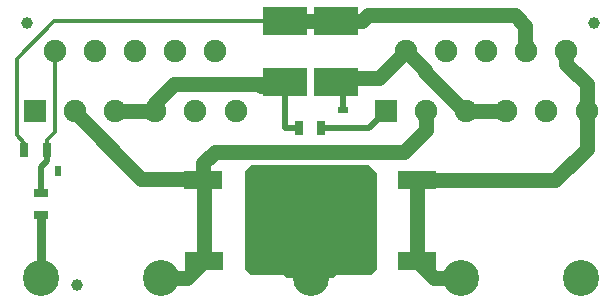
<source format=gtl>
G04 DipTrace Beta 2.9.0.1*
G04 OPA541APBreakout.GTL*
%MOIN*%
G04 #@! TF.FileFunction,Copper,L1,Top*
G04 #@! TF.Part,Single*
G04 #@! TA.AperFunction,Conductor,NotC*
%ADD13C,0.05*%
%ADD14C,0.02*%
%ADD15C,0.012992*%
G04 #@! TA.AperFunction,ViaPad*
%ADD16C,0.025*%
G04 #@! TA.AperFunction,Conductor,NotC*
%ADD17C,0.03*%
G04 #@! TA.AperFunction,Nonconductor*
%ADD18C,0.039365*%
G04 #@! TA.AperFunction,SMDPad,CuDef*
%ADD20R,0.023622X0.035433*%
%ADD21R,0.035433X0.023622*%
%ADD22R,0.125984X0.062992*%
G04 #@! TA.AperFunction,ComponentPad*
%ADD23C,0.12*%
G04 #@! TA.AperFunction,SMDPad,CuDef*
%ADD24R,0.027559X0.051181*%
%ADD25R,0.145669X0.096457*%
%ADD26R,0.051181X0.027559*%
G04 #@! TA.AperFunction,ComponentPad*
%ADD27R,0.075X0.075*%
%ADD28C,0.075*%
%FSLAX26Y26*%
G04*
G70*
G90*
G75*
G01*
G04 Top*
%LPD*%
X348000Y630000D2*
D13*
X482000D1*
Y657000D1*
X545000Y720000D1*
X830000D1*
X835000Y715000D1*
X902756D1*
X915000Y727244D1*
X960000Y575000D2*
D14*
X915000D1*
Y727244D1*
X1034803Y575000D2*
X1109055D1*
X1109528Y575472D1*
X1195472D1*
X1250000Y630000D1*
X1085000Y727244D2*
D13*
X1112244D1*
X1125000Y740000D1*
X1227000D1*
X1317000Y830000D1*
X1652000Y630000D2*
X1518000D1*
X1510000D1*
X1380000Y760000D1*
Y767000D1*
X1317000Y830000D1*
X1109528Y634528D2*
D14*
Y702717D1*
X1085000Y727244D1*
X100000Y357402D2*
Y430000D1*
Y445000D1*
X120000Y465000D1*
Y499803D1*
X119803Y500000D1*
X147000Y830000D2*
D15*
Y562000D1*
X120000Y535000D1*
Y500197D1*
X119803Y500000D1*
X915000Y930000D2*
D13*
X1085000D1*
X1170000D1*
X1190000Y950000D1*
X1680000D1*
X1715000Y915000D1*
Y834000D1*
X1719000Y830000D1*
X45000Y500000D2*
D15*
Y525000D1*
X20000Y550000D1*
Y805000D1*
X145000Y930000D1*
X915000D1*
X1142402Y400000D2*
D13*
Y132299D1*
X1143701Y131000D1*
X975000Y370000D2*
D16*
X1025000D1*
X855000Y400000D2*
D13*
Y132299D1*
X856299Y131000D1*
X1000000Y200000D2*
Y345000D1*
D16*
X1025000Y370000D1*
Y400000D2*
D15*
X1142402D1*
X1000000Y200000D2*
D13*
X925299D1*
X856299Y131000D1*
X1853000Y830000D2*
Y787000D1*
X1920000Y720000D1*
Y630000D1*
X1500000Y75000D2*
X1412299D1*
X1356299Y131000D1*
Y398701D1*
X1355000Y400000D1*
X1455000D1*
X1480000D1*
X1510000D1*
X1815000D1*
X1920000Y505000D1*
Y630000D1*
X1440000Y400000D2*
X1455000D1*
X1470000D2*
X1480000D1*
X1500000D2*
X1510000D1*
X500000Y75000D2*
X587701D1*
X643701Y131000D1*
Y398701D1*
X642402Y400000D1*
Y457402D1*
X680000Y495000D1*
X1310000D1*
X1384000Y569000D1*
Y630000D1*
X214000D2*
Y626000D1*
X435000Y405000D1*
X637402D1*
X642402Y400000D1*
X100000Y75000D2*
D17*
Y282598D1*
D16*
X1000000Y385000D3*
X1025000Y400000D3*
X975000Y370000D3*
X1025000D3*
X975000Y400000D3*
X1440000D3*
X1470000D3*
X1500000D3*
X1530000D3*
X1000000Y415000D3*
Y355000D3*
D20*
X100000Y430000D3*
X159055D3*
D21*
X1109528Y634528D3*
Y575472D3*
D22*
X1355000Y400000D3*
X1142402D3*
X1356299Y131000D3*
X1143701D3*
X856299D3*
X643701D3*
X855000Y400000D3*
X642402D3*
D23*
X100000Y75000D3*
X1900000D3*
X1000000D3*
X500000D3*
X1500000D3*
X1000000Y200000D3*
D24*
X1034803Y575000D3*
X960000D3*
D25*
X915000Y930000D3*
Y727244D3*
X1085000Y930000D3*
Y727244D3*
D26*
X100000Y357402D3*
Y282598D3*
D24*
X45000Y500000D3*
X119803D3*
D27*
X80000Y630000D3*
D28*
X415000Y830000D3*
X348000Y630000D3*
X281000Y830000D3*
X214000Y630000D3*
X147000Y830000D3*
X482000Y630000D3*
X549000Y830000D3*
X616000Y630000D3*
X683000Y830000D3*
X750000Y630000D3*
D27*
X1250000D3*
D28*
X1585000Y830000D3*
X1518000Y630000D3*
X1451000Y830000D3*
X1384000Y630000D3*
X1317000Y830000D3*
X1652000Y630000D3*
X1719000Y830000D3*
X1786000Y630000D3*
X1853000Y830000D3*
X1920000Y630000D3*
G36*
X800000Y450000D2*
X780000Y430000D1*
Y105000D1*
X800000Y85000D1*
X910000D1*
X920000Y75000D1*
X1075000D1*
X1085000Y85000D1*
X1205000D1*
X1220000Y105000D1*
Y425000D1*
X1200000Y445000D1*
X1195000Y450000D1*
D1*
X800000D1*
G37*
D18*
X220000Y50000D3*
X55000Y925000D3*
X1945000D3*
M02*

</source>
